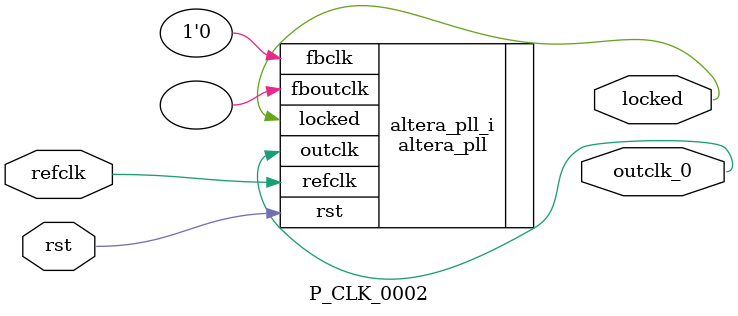
<source format=v>
`timescale 1ns/10ps
module  P_CLK_0002(

	// interface 'refclk'
	input wire refclk,

	// interface 'reset'
	input wire rst,

	// interface 'outclk0'
	output wire outclk_0,

	// interface 'locked'
	output wire locked
);

	altera_pll #(
		.fractional_vco_multiplier("false"),
		.reference_clock_frequency("50.0 MHz"),
		.operation_mode("direct"),
		.number_of_clocks(1),
		.output_clock_frequency0("10.000000 MHz"),
		.phase_shift0("0 ps"),
		.duty_cycle0(50),
		.output_clock_frequency1("0 MHz"),
		.phase_shift1("0 ps"),
		.duty_cycle1(50),
		.output_clock_frequency2("0 MHz"),
		.phase_shift2("0 ps"),
		.duty_cycle2(50),
		.output_clock_frequency3("0 MHz"),
		.phase_shift3("0 ps"),
		.duty_cycle3(50),
		.output_clock_frequency4("0 MHz"),
		.phase_shift4("0 ps"),
		.duty_cycle4(50),
		.output_clock_frequency5("0 MHz"),
		.phase_shift5("0 ps"),
		.duty_cycle5(50),
		.output_clock_frequency6("0 MHz"),
		.phase_shift6("0 ps"),
		.duty_cycle6(50),
		.output_clock_frequency7("0 MHz"),
		.phase_shift7("0 ps"),
		.duty_cycle7(50),
		.output_clock_frequency8("0 MHz"),
		.phase_shift8("0 ps"),
		.duty_cycle8(50),
		.output_clock_frequency9("0 MHz"),
		.phase_shift9("0 ps"),
		.duty_cycle9(50),
		.output_clock_frequency10("0 MHz"),
		.phase_shift10("0 ps"),
		.duty_cycle10(50),
		.output_clock_frequency11("0 MHz"),
		.phase_shift11("0 ps"),
		.duty_cycle11(50),
		.output_clock_frequency12("0 MHz"),
		.phase_shift12("0 ps"),
		.duty_cycle12(50),
		.output_clock_frequency13("0 MHz"),
		.phase_shift13("0 ps"),
		.duty_cycle13(50),
		.output_clock_frequency14("0 MHz"),
		.phase_shift14("0 ps"),
		.duty_cycle14(50),
		.output_clock_frequency15("0 MHz"),
		.phase_shift15("0 ps"),
		.duty_cycle15(50),
		.output_clock_frequency16("0 MHz"),
		.phase_shift16("0 ps"),
		.duty_cycle16(50),
		.output_clock_frequency17("0 MHz"),
		.phase_shift17("0 ps"),
		.duty_cycle17(50),
		.pll_type("General"),
		.pll_subtype("General")
	) altera_pll_i (
		.rst	(rst),
		.outclk	({outclk_0}),
		.locked	(locked),
		.fboutclk	( ),
		.fbclk	(1'b0),
		.refclk	(refclk)
	);
endmodule


</source>
